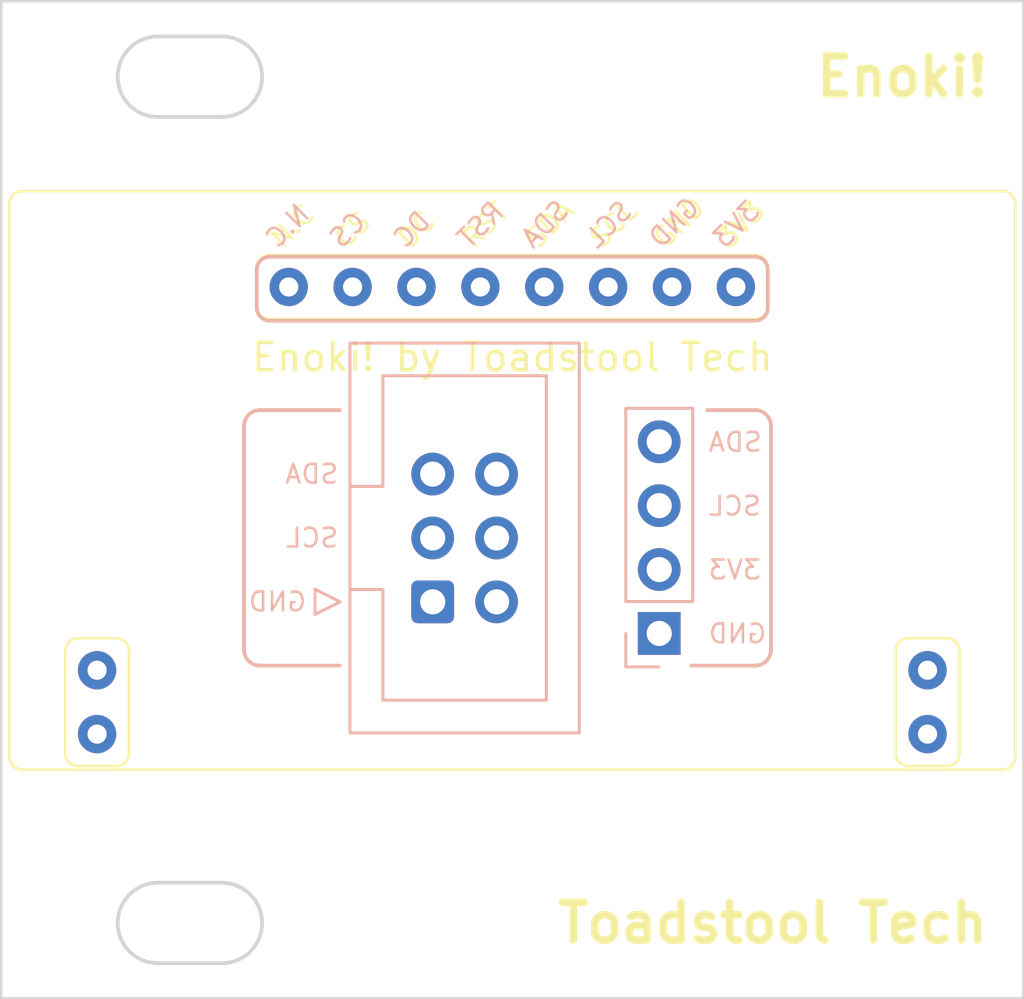
<source format=kicad_pcb>
(kicad_pcb (version 20221018) (generator pcbnew)
  (layers (0 "F.Cu" signal) (31 "B.Cu" signal) (34 "B.Paste" user) (35 "F.Paste" user) (36 "B.SilkS" user "B.Silkscreen") (37 "F.SilkS" user "F.Silkscreen") (38 "B.Mask" user) (39 "F.Mask" user) (44 "Edge.Cuts" user))
  (net 0 "")
  (net 1 "+3V3")
  (net 2 "GND")
  (net 3 "/SCL")
  (net 4 "/SDA")
  (footprint "allen-synthesis:toadstool-tech-enoki-oled" (layer "F.Cu") (at 20.32 11.36)
    (fp_text reference "enoki1" hide)
    (fp_text value "~")
    (fp_text user "GND" (at 6.096 -1.397 45 unlocked) (layer "F.SilkS") (effects (font (size 0.75 0.75) (thickness 0.1)) (justify left bottom)))
    (fp_text user "CS" (at -6.604 -1.397 45 unlocked) (layer "F.SilkS") (effects (font (size 0.75 0.75) (thickness 0.1)) (justify left bottom)))
    (fp_text user "N.C" (at -9.144 -1.397 45 unlocked) (layer "F.SilkS") (effects (font (size 0.75 0.75) (thickness 0.09375)) (justify left bottom)))
    (fp_text user "Enoki! by Toadstool Tech" (at 0 2.794 unlocked) (layer "F.SilkS") (effects (font (size 1.09 1.09))))
    (fp_text user "SDA" (at 1.016 -1.397 45 unlocked) (layer "F.SilkS") (effects (font (size 0.75 0.75) (thickness 0.1)) (justify left bottom)))
    (fp_text user "RST" (at -1.524 -1.397 45 unlocked) (layer "F.SilkS") (effects (font (size 0.75 0.75) (thickness 0.1)) (justify left bottom)))
    (fp_text user "DC" (at -4.064 -1.397 45 unlocked) (layer "F.SilkS") (effects (font (size 0.75 0.75) (thickness 0.1)) (justify left bottom)))
    (fp_text user "SCL" (at 3.556 -1.397 45 unlocked) (layer "F.SilkS") (effects (font (size 0.75 0.75) (thickness 0.1)) (justify left bottom)))
    (fp_text user "3V3" (at 8.636 -1.397 45 unlocked) (layer "F.SilkS") (effects (font (size 0.75 0.75) (thickness 0.1)) (justify left bottom)))
    (fp_line (start -20 18.682) (end -20 -3.302) (stroke (width 0.1)) (layer "F.SilkS"))
    (fp_line (start -19.492 -3.81) (end 19.492 -3.81) (stroke (width 0.1)) (layer "F.SilkS"))
    (fp_line (start -17.78 18.542) (end -17.78 14.478) (stroke (width 0.1)) (layer "F.SilkS"))
    (fp_line (start -17.272 13.97) (end -15.748 13.97) (stroke (width 0.1)) (layer "F.SilkS"))
    (fp_line (start -15.748 19.05) (end -17.272 19.05) (stroke (width 0.1)) (layer "F.SilkS"))
    (fp_line (start -15.24 14.478) (end -15.24 18.542) (stroke (width 0.1)) (layer "F.SilkS"))
    (fp_line (start -10.16 0.762) (end -10.16 -0.762) (stroke (width 0.1)) (layer "F.SilkS"))
    (fp_line (start -9.652 -1.27) (end 9.652 -1.27) (stroke (width 0.1)) (layer "F.SilkS"))
    (fp_line (start 9.652 1.27) (end -9.652 1.27) (stroke (width 0.1)) (layer "F.SilkS"))
    (fp_line (start 10.16 -0.762) (end 10.16 0.762) (stroke (width 0.1)) (layer "F.SilkS"))
    (fp_line (start 15.24 18.542) (end 15.24 14.478) (stroke (width 0.1)) (layer "F.SilkS"))
    (fp_line (start 15.748 13.97) (end 17.272 13.97) (stroke (width 0.1)) (layer "F.SilkS"))
    (fp_line (start 15.748 19.05) (end 17.272 19.05) (stroke (width 0.1)) (layer "F.SilkS"))
    (fp_line (start 17.78 14.478) (end 17.78 18.542) (stroke (width 0.1)) (layer "F.SilkS"))
    (fp_line (start 19.492 19.19) (end -19.492 19.19) (stroke (width 0.1)) (layer "F.SilkS"))
    (fp_line (start 20 -3.302) (end 20 18.682) (stroke (width 0.1)) (layer "F.SilkS"))
    (fp_arc (start -20 -3.302) (mid -19.85121 -3.66121) (end -19.492 -3.81) (stroke (width 0.1)) (layer "F.SilkS"))
    (fp_arc (start -19.492 19.19) (mid -19.85121 19.04121) (end -20 18.682) (stroke (width 0.1)) (layer "F.SilkS"))
    (fp_arc (start -17.78 14.478) (mid -17.63121 14.11879) (end -17.272 13.97) (stroke (width 0.1)) (layer "F.SilkS"))
    (fp_arc (start -17.272 19.05) (mid -17.63121 18.90121) (end -17.78 18.542) (stroke (width 0.1)) (layer "F.SilkS"))
    (fp_arc (start -15.748 13.97) (mid -15.38879 14.11879) (end -15.24 14.478) (stroke (width 0.1)) (layer "F.SilkS"))
    (fp_arc (start -15.24 18.542) (mid -15.38879 18.90121) (end -15.748 19.05) (stroke (width 0.1)) (layer "F.SilkS"))
    (fp_arc (start -10.16 -0.762) (mid -10.01121 -1.12121) (end -9.652 -1.27) (stroke (width 0.1)) (layer "F.SilkS"))
    (fp_arc (start -9.652 1.27) (mid -10.01121 1.12121) (end -10.16 0.762) (stroke (width 0.1)) (layer "F.SilkS"))
    (fp_arc (start 9.652 -1.27) (mid 10.01121 -1.12121) (end 10.16 -0.762) (stroke (width 0.1)) (layer "F.SilkS"))
    (fp_arc (start 10.16 0.762) (mid 10.01121 1.12121) (end 9.652 1.27) (stroke (width 0.1)) (layer "F.SilkS"))
    (fp_arc (start 15.24 14.478) (mid 15.38879 14.11879) (end 15.748 13.97) (stroke (width 0.1)) (layer "F.SilkS"))
    (fp_arc (start 15.748 19.05) (mid 15.38879 18.90121) (end 15.24 18.542) (stroke (width 0.1)) (layer "F.SilkS"))
    (fp_arc (start 17.272 13.97) (mid 17.63121 14.11879) (end 17.78 14.478) (stroke (width 0.1)) (layer "F.SilkS"))
    (fp_arc (start 17.78 18.542) (mid 17.63121 18.90121) (end 17.272 19.05) (stroke (width 0.1)) (layer "F.SilkS"))
    (fp_arc (start 19.492 -3.81) (mid 19.85121 -3.66121) (end 20 -3.302) (stroke (width 0.1)) (layer "F.SilkS"))
    (fp_arc (start 20 18.682) (mid 19.85121 19.04121) (end 19.492 19.19) (stroke (width 0.1)) (layer "F.SilkS"))
    (pad "1" thru_hole circle (at -8.89 0) (size 1.524 1.524) (drill 0.762) (layers "*.Cu" "*.Mask") (net 1 "+3V3"))
    (pad "2" thru_hole circle (at -6.35 0) (size 1.524 1.524) (drill 0.762) (layers "*.Cu" "*.Mask") (net 2 "GND"))
    (pad "3" thru_hole circle (at -3.81 0) (size 1.524 1.524) (drill 0.762) (layers "*.Cu" "*.Mask") (net 3 "/SCL"))
    (pad "4" thru_hole circle (at -1.27 0) (size 1.524 1.524) (drill 0.762) (layers "*.Cu" "*.Mask") (net 4 "/SDA"))
    (pad "5" thru_hole circle (at 1.27 0) (size 1.524 1.524) (drill 0.762) (layers "*.Cu" "*.Mask") (net 1 "+3V3"))
    (pad "6" thru_hole circle (at 3.81 0) (size 1.524 1.524) (drill 0.762) (layers "*.Cu" "*.Mask") (net 2 "GND"))
    (pad "7" thru_hole circle (at 6.35 0) (size 1.524 1.524) (drill 0.762) (layers "*.Cu" "*.Mask") (net 2 "GND"))
    (pad "8" thru_hole circle (at 8.89 0) (size 1.524 1.524) (drill 0.762) (layers "*.Cu" "*.Mask"))
    (pad "x" thru_hole circle (at -16.51 15.24) (size 1.524 1.524) (drill 0.762) (layers "*.Cu" "*.Mask"))
    (pad "x" thru_hole circle (at -16.51 17.78) (size 1.524 1.524) (drill 0.762) (layers "*.Cu" "*.Mask"))
    (pad "x" thru_hole circle (at 16.51 15.24) (size 1.524 1.524) (drill 0.762) (layers "*.Cu" "*.Mask"))
    (pad "x" thru_hole circle (at 16.51 17.78) (size 1.524 1.524) (drill 0.762) (layers "*.Cu" "*.Mask"))
  )
  (footprint "Connector_IDC:IDC-Header_2x03_P2.54mm_Vertical" (layer "B.Cu") (at 17.1545 23.881)
    (fp_text reference "J2" hide)
    (fp_text value "Monome Header")
    (fp_line (start -4.68 -0.5) (end -3.68 0) (stroke (width 0.12)) (layer "B.SilkS"))
    (fp_line (start -4.68 0.5) (end -4.68 -0.5) (stroke (width 0.12)) (layer "B.SilkS"))
    (fp_line (start -3.68 0) (end -4.68 0.5) (stroke (width 0.12)) (layer "B.SilkS"))
    (fp_line (start -3.29 -10.29) (end -3.29 5.21) (stroke (width 0.12)) (layer "B.SilkS"))
    (fp_line (start -3.29 -0.49) (end -1.98 -0.49) (stroke (width 0.12)) (layer "B.SilkS"))
    (fp_line (start -3.29 5.21) (end 5.83 5.21) (stroke (width 0.12)) (layer "B.SilkS"))
    (fp_line (start -1.98 -8.99) (end -1.98 -4.59) (stroke (width 0.12)) (layer "B.SilkS"))
    (fp_line (start -1.98 -4.59) (end -3.29 -4.59) (stroke (width 0.12)) (layer "B.SilkS"))
    (fp_line (start -1.98 -4.59) (end -1.98 -4.59) (stroke (width 0.12)) (layer "B.SilkS"))
    (fp_line (start -1.98 -0.49) (end -1.98 3.91) (stroke (width 0.12)) (layer "B.SilkS"))
    (fp_line (start -1.98 3.91) (end 4.52 3.91) (stroke (width 0.12)) (layer "B.SilkS"))
    (fp_line (start 4.52 -8.99) (end -1.98 -8.99) (stroke (width 0.12)) (layer "B.SilkS"))
    (fp_line (start 4.52 3.91) (end 4.52 -8.99) (stroke (width 0.12)) (layer "B.SilkS"))
    (fp_line (start 5.83 -10.29) (end -3.29 -10.29) (stroke (width 0.12)) (layer "B.SilkS"))
    (fp_line (start 5.83 5.21) (end 5.83 -10.29) (stroke (width 0.12)) (layer "B.SilkS"))
    (pad "1" thru_hole roundrect (at 0 0) (size 1.7 1.7) (drill 1) (layers "*.Cu" "*.Mask") (roundrect_rratio 0.147059) (net 2 "GND"))
    (pad "2" thru_hole circle (at 2.54 0) (size 1.7 1.7) (drill 1) (layers "*.Cu" "*.Mask") (net 2 "GND"))
    (pad "3" thru_hole circle (at 0 -2.54) (size 1.7 1.7) (drill 1) (layers "*.Cu" "*.Mask") (net 3 "/SCL"))
    (pad "4" thru_hole circle (at 2.54 -2.54) (size 1.7 1.7) (drill 1) (layers "*.Cu" "*.Mask") (net 3 "/SCL"))
    (pad "5" thru_hole circle (at 0 -5.08) (size 1.7 1.7) (drill 1) (layers "*.Cu" "*.Mask") (net 4 "/SDA"))
    (pad "6" thru_hole circle (at 2.54 -5.08) (size 1.7 1.7) (drill 1) (layers "*.Cu" "*.Mask") (net 4 "/SDA"))
  )
  (footprint "Connector_PinHeader_2.54mm:PinHeader_1x04_P2.54mm_Vertical" (layer "B.Cu") (at 26.162 25.136)
    (fp_text reference "J1" hide)
    (fp_text value "EuroPi Header")
    (fp_line (start -1.33 -8.95) (end 1.33 -8.95) (stroke (width 0.12)) (layer "B.SilkS"))
    (fp_line (start -1.33 -1.27) (end -1.33 -8.95) (stroke (width 0.12)) (layer "B.SilkS"))
    (fp_line (start -1.33 -1.27) (end 1.33 -1.27) (stroke (width 0.12)) (layer "B.SilkS"))
    (fp_line (start -1.33 0) (end -1.33 1.33) (stroke (width 0.12)) (layer "B.SilkS"))
    (fp_line (start -1.33 1.33) (end 0 1.33) (stroke (width 0.12)) (layer "B.SilkS"))
    (fp_line (start 1.33 -1.27) (end 1.33 -8.95) (stroke (width 0.12)) (layer "B.SilkS"))
    (pad "1" thru_hole rect (at 0 0) (size 1.7 1.7) (drill 1) (layers "*.Cu" "*.Mask") (net 2 "GND"))
    (pad "2" thru_hole oval (at 0 -2.54) (size 1.7 1.7) (drill 1) (layers "*.Cu" "*.Mask") (net 1 "+3V3"))
    (pad "3" thru_hole oval (at 0 -5.08) (size 1.7 1.7) (drill 1) (layers "*.Cu" "*.Mask") (net 3 "/SCL"))
    (pad "4" thru_hole oval (at 0 -7.62) (size 1.7 1.7) (drill 1) (layers "*.Cu" "*.Mask") (net 4 "/SDA"))
  )
  (gr_line (start 13.462 16.256) (end 10.287 16.256) (stroke (width 0.15)) (layer "B.SilkS"))
  (gr_line (start 10.287 26.416) (end 13.462 26.416) (stroke (width 0.15)) (layer "B.SilkS"))
  (gr_arc (start 10.287 26.416) (mid 9.837987 26.230013) (end 9.652 25.781) (stroke (width 0.15)) (layer "B.SilkS"))
  (gr_line (start 9.652 16.891) (end 9.652 25.781) (stroke (width 0.15)) (layer "B.SilkS"))
  (gr_arc (start 10.16 10.668) (mid 10.30879 10.30879) (end 10.668 10.16) (stroke (width 0.15)) (layer "B.SilkS"))
  (gr_arc (start 29.972 16.256) (mid 30.421013 16.441987) (end 30.607 16.891) (stroke (width 0.15)) (layer "B.SilkS"))
  (gr_line (start 30.48 10.668) (end 30.48 12.192) (stroke (width 0.15)) (layer "B.SilkS"))
  (gr_line (start 10.668 10.16) (end 29.972 10.16) (stroke (width 0.15)) (layer "B.SilkS"))
  (gr_line (start 30.607 16.891) (end 30.607 25.781) (stroke (width 0.15)) (layer "B.SilkS"))
  (gr_arc (start 30.48 12.192) (mid 30.33121 12.55121) (end 29.972 12.7) (stroke (width 0.15)) (layer "B.SilkS"))
  (gr_arc (start 29.972 10.16) (mid 30.33121 10.30879) (end 30.48 10.668) (stroke (width 0.15)) (layer "B.SilkS"))
  (gr_arc (start 30.607 25.781) (mid 30.421013 26.230013) (end 29.972 26.416) (stroke (width 0.15)) (layer "B.SilkS"))
  (gr_line (start 29.972 26.416) (end 27.432 26.416) (stroke (width 0.15)) (layer "B.SilkS"))
  (gr_line (start 29.972 12.7) (end 10.668 12.7) (stroke (width 0.15)) (layer "B.SilkS"))
  (gr_line (start 28.067 16.256) (end 29.972 16.256) (stroke (width 0.15)) (layer "B.SilkS"))
  (gr_arc (start 10.668 12.7) (mid 10.30879 12.55121) (end 10.16 12.192) (stroke (width 0.15)) (layer "B.SilkS"))
  (gr_arc (start 9.652 16.891) (mid 9.837987 16.441987) (end 10.287 16.256) (stroke (width 0.15)) (layer "B.SilkS"))
  (gr_line (start 10.16 12.192) (end 10.16 10.668) (stroke (width 0.15)) (layer "B.SilkS"))
  (gr_rect (start 0 0) (end 40.64 39.65) (stroke (width 0.1)) (fill none) (layer "Edge.Cuts"))
  (gr_arc (start 4.630004 2.999999) (mid 5.098634 1.86863) (end 6.230004 1.400002) (stroke (width 0.15)) (layer "Edge.Cuts"))
  (gr_arc (start 6.230002 4.599997) (mid 5.098633 4.131367) (end 4.630005 2.999997) (stroke (width 0.15)) (layer "Edge.Cuts"))
  (gr_line (start 6.23 1.4) (end 8.77 1.4) (stroke (width 0.15)) (layer "Edge.Cuts"))
  (gr_arc (start 4.630004 36.649999) (mid 5.098634 35.51863) (end 6.230004 35.050002) (stroke (width 0.15)) (layer "Edge.Cuts"))
  (gr_arc (start 8.769998 1.400003) (mid 9.901367 1.868633) (end 10.369995 3.000003) (stroke (width 0.15)) (layer "Edge.Cuts"))
  (gr_line (start 6.23 4.6) (end 8.77 4.6) (stroke (width 0.15)) (layer "Edge.Cuts"))
  (gr_arc (start 8.769999 35.05) (mid 9.901368 35.51863) (end 10.369996 36.65) (stroke (width 0.15)) (layer "Edge.Cuts"))
  (gr_arc (start 10.369996 3.000001) (mid 9.901366 4.13137) (end 8.769996 4.599998) (stroke (width 0.15)) (layer "Edge.Cuts"))
  (gr_arc (start 10.37 36.65) (mid 9.90137 37.781369) (end 8.77 38.249997) (stroke (width 0.15)) (layer "Edge.Cuts"))
  (gr_arc (start 6.230002 38.249997) (mid 5.098633 37.781367) (end 4.630005 36.649997) (stroke (width 0.15)) (layer "Edge.Cuts"))
  (gr_line (start 6.23 35.05) (end 8.77 35.05) (stroke (width 0.15)) (layer "Edge.Cuts"))
  (gr_line (start 6.23 38.25) (end 8.77 38.25) (stroke (width 0.15)) (layer "Edge.Cuts"))
  (gr_text "GND" (at 25.908 9.652 45) (layer "B.SilkS") (effects (font (size 0.75 0.75) (thickness 0.1)) (justify right mirror)))
  (gr_text "SCL" (at 23.368 9.652 45) (layer "B.SilkS") (effects (font (size 0.75 0.75) (thickness 0.1)) (justify right mirror)))
  (gr_text "SDA" (at 28.067 17.526) (layer "B.SilkS") (effects (font (size 0.75 0.75) (thickness 0.1)) (justify right mirror)))
  (gr_text "DC" (at 15.748 9.652 45) (layer "B.SilkS") (effects (font (size 0.75 0.75) (thickness 0.1)) (justify right mirror)))
  (gr_text "GND" (at 12.192 23.876) (layer "B.SilkS") (effects (font (size 0.75 0.75) (thickness 0.1)) (justify left mirror)))
  (gr_text "GND" (at 28.067 25.146) (layer "B.SilkS") (effects (font (size 0.75 0.75) (thickness 0.1)) (justify right mirror)))
  (gr_text "SCL" (at 13.462 21.336) (layer "B.SilkS") (effects (font (size 0.75 0.75) (thickness 0.1)) (justify left mirror)))
  (gr_text "3V3" (at 28.448 9.652 45) (layer "B.SilkS") (effects (font (size 0.75 0.75) (thickness 0.1)) (justify right mirror)))
  (gr_text "RST" (at 18.288 9.652 45) (layer "B.SilkS") (effects (font (size 0.75 0.75) (thickness 0.1)) (justify right mirror)))
  (gr_text "3V3" (at 28.067 22.606) (layer "B.SilkS") (effects (font (size 0.75 0.75) (thickness 0.1)) (justify right mirror)))
  (gr_text "SDA" (at 20.828 9.652 45) (layer "B.SilkS") (effects (font (size 0.75 0.75) (thickness 0.1)) (justify right mirror)))
  (gr_text "SDA" (at 13.462 18.796) (layer "B.SilkS") (effects (font (size 0.75 0.75) (thickness 0.1)) (justify left mirror)))
  (gr_text "CS" (at 13.208 9.652 45) (layer "B.SilkS") (effects (font (size 0.75 0.75) (thickness 0.1)) (justify right mirror)))
  (gr_text "SCL" (at 28.067 20.066) (layer "B.SilkS") (effects (font (size 0.75 0.75) (thickness 0.1)) (justify right mirror)))
  (gr_text "N.C" (at 10.668 9.652 45) (layer "B.SilkS") (effects (font (size 0.75 0.75) (thickness 0.1)) (justify right mirror)))
  (gr_text "Enoki!" (at 39.37 3) (layer "F.SilkS") (effects (font (size 1.5 1.5) (thickness 0.3)) (justify right)))
  (gr_text "Toadstool Tech" (at 39.37 36.65) (layer "F.SilkS") (effects (font (size 1.5 1.5) (thickness 0.3)) (justify right)))
)
</source>
